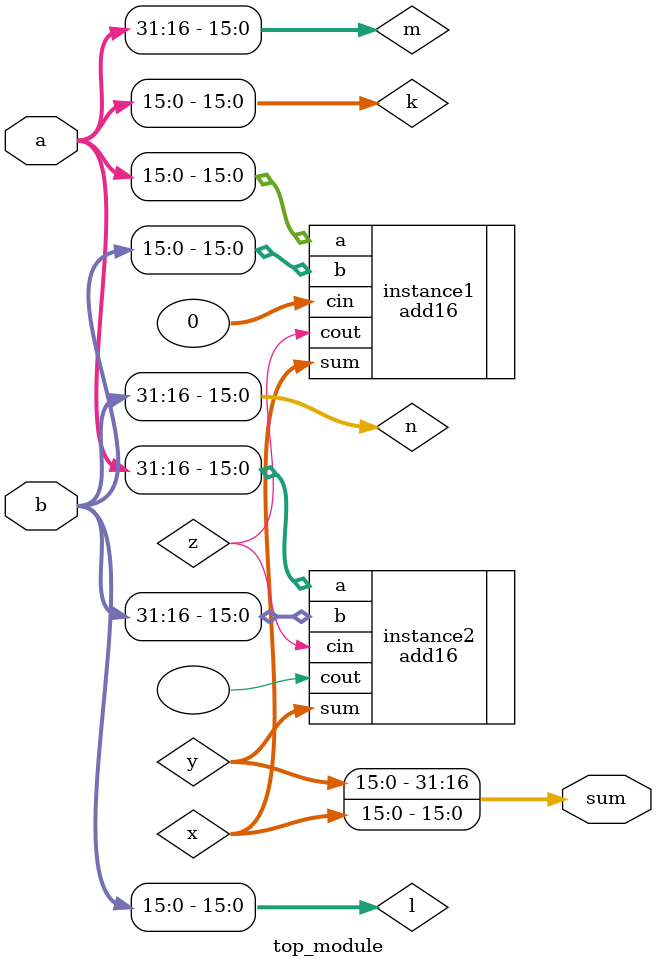
<source format=v>
module top_module(
    input [31:0] a,
    input [31:0] b,
    output [31:0] sum
);
    wire [15:0] k,l,m,n;
    assign k=a[15:0];
    assign l=b[15:0];
    assign m=a[31:16];
    assign n=b[31:16];
    wire [15:0] x,y;
    wire z;
    add16 instance1 (.a(k),.b(l),.cin(0),.cout(z),.sum(x));
    add16 instance2 (.a(m),.b(n),.cin(z),.cout(),.sum(y));
    assign sum[31:16]=y; assign sum[15:0]=x;
endmodule

</source>
